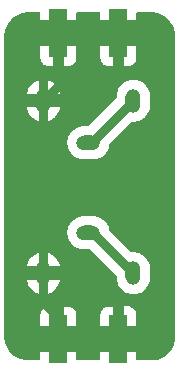
<source format=gbl>
G04 Layer: BottomLayer*
G04 EasyEDA v6.5.39, 2023-12-20 21:18:59*
G04 2abf5bc968cf43d49ad104ab59b79dd7,7f4f139de444478fbfc4ecf2935d5a69,10*
G04 Gerber Generator version 0.2*
G04 Scale: 100 percent, Rotated: No, Reflected: No *
G04 Dimensions in millimeters *
G04 leading zeros omitted , absolute positions ,4 integer and 5 decimal *
%FSLAX45Y45*%
%MOMM*%

%ADD10C,0.7620*%
%ADD11R,1.5240X4.0640*%
%ADD12O,1.27X2.032*%
%ADD13O,2.032X1.27*%

%LPD*%
G36*
X254355Y48514D02*
G01*
X234696Y49479D01*
X216052Y52120D01*
X197713Y56489D01*
X179832Y62534D01*
X162610Y70154D01*
X146202Y79349D01*
X130657Y90068D01*
X116179Y102108D01*
X102870Y115468D01*
X90881Y129997D01*
X80264Y145592D01*
X71120Y162052D01*
X63550Y179324D01*
X57607Y197205D01*
X53340Y215595D01*
X50800Y234238D01*
X49885Y253390D01*
X49885Y2791815D01*
X50850Y2811881D01*
X53492Y2830576D01*
X57861Y2848914D01*
X63906Y2866745D01*
X71577Y2883966D01*
X80772Y2900426D01*
X91440Y2915920D01*
X103530Y2930398D01*
X116890Y2943707D01*
X131419Y2955696D01*
X146964Y2966313D01*
X163474Y2975457D01*
X180746Y2983026D01*
X198628Y2988970D01*
X216966Y2993237D01*
X235661Y2995828D01*
X254812Y2996692D01*
X344932Y2996692D01*
X348843Y2995930D01*
X352094Y2993694D01*
X354330Y2990443D01*
X355092Y2986532D01*
X355092Y2927350D01*
X463550Y2927350D01*
X463550Y2986532D01*
X464312Y2990443D01*
X466547Y2993694D01*
X469798Y2995930D01*
X473709Y2996692D01*
X542290Y2996692D01*
X546201Y2995930D01*
X549452Y2993694D01*
X551688Y2990443D01*
X552450Y2986532D01*
X552450Y2927350D01*
X660908Y2927350D01*
X660908Y2986532D01*
X661670Y2990443D01*
X663905Y2993694D01*
X667156Y2995930D01*
X671068Y2996692D01*
X852932Y2996692D01*
X856843Y2995930D01*
X860094Y2993694D01*
X862330Y2990443D01*
X863092Y2986532D01*
X863092Y2927350D01*
X971550Y2927350D01*
X971550Y2986532D01*
X972312Y2990443D01*
X974547Y2993694D01*
X977798Y2995930D01*
X981710Y2996692D01*
X1050290Y2996692D01*
X1054201Y2995930D01*
X1057452Y2993694D01*
X1059688Y2990443D01*
X1060450Y2986532D01*
X1060450Y2927350D01*
X1168908Y2927350D01*
X1168908Y2986532D01*
X1169670Y2990443D01*
X1171905Y2993694D01*
X1175156Y2995930D01*
X1179068Y2996692D01*
X1293672Y2996692D01*
X1313281Y2995726D01*
X1331925Y2993085D01*
X1350264Y2988716D01*
X1368145Y2982671D01*
X1385366Y2975051D01*
X1401826Y2965856D01*
X1417320Y2955137D01*
X1431798Y2943098D01*
X1445107Y2929737D01*
X1457096Y2915208D01*
X1467713Y2899613D01*
X1476857Y2883154D01*
X1484426Y2865882D01*
X1490370Y2848000D01*
X1494637Y2829610D01*
X1497228Y2810967D01*
X1498092Y2791815D01*
X1498092Y253390D01*
X1497126Y233324D01*
X1494485Y214629D01*
X1490116Y196291D01*
X1484071Y178460D01*
X1476451Y161239D01*
X1467205Y144780D01*
X1456537Y129285D01*
X1444447Y114808D01*
X1431086Y101498D01*
X1416608Y89509D01*
X1401013Y78892D01*
X1384503Y69748D01*
X1367282Y62179D01*
X1349400Y56235D01*
X1331010Y51968D01*
X1312367Y49377D01*
X1293164Y48514D01*
X1179068Y48514D01*
X1175156Y49276D01*
X1171905Y51511D01*
X1169670Y54762D01*
X1168908Y58674D01*
X1168908Y120650D01*
X1060450Y120650D01*
X1060450Y58674D01*
X1059688Y54762D01*
X1057452Y51511D01*
X1054201Y49276D01*
X1050290Y48514D01*
X981710Y48514D01*
X977798Y49276D01*
X974547Y51511D01*
X972312Y54762D01*
X971550Y58674D01*
X971550Y120650D01*
X863092Y120650D01*
X863092Y58674D01*
X862330Y54762D01*
X860094Y51511D01*
X856843Y49276D01*
X852932Y48514D01*
X671068Y48514D01*
X667156Y49276D01*
X663905Y51511D01*
X661670Y54762D01*
X660908Y58674D01*
X660908Y120650D01*
X552450Y120650D01*
X552450Y58674D01*
X551688Y54762D01*
X549452Y51511D01*
X546201Y49276D01*
X542290Y48514D01*
X473709Y48514D01*
X469798Y49276D01*
X466547Y51511D01*
X464312Y54762D01*
X463550Y58674D01*
X463550Y120650D01*
X355092Y120650D01*
X355092Y58674D01*
X354330Y54762D01*
X352094Y51511D01*
X348843Y49276D01*
X344932Y48514D01*
G37*

%LPC*%
G36*
X552450Y336550D02*
G01*
X660908Y336550D01*
X660908Y431444D01*
X660095Y442722D01*
X657758Y453390D01*
X653948Y463651D01*
X648716Y473252D01*
X642162Y482041D01*
X634441Y489762D01*
X625652Y496316D01*
X616051Y501548D01*
X605790Y505358D01*
X595122Y507695D01*
X583844Y508508D01*
X552450Y508508D01*
G37*
G36*
X863092Y336550D02*
G01*
X971550Y336550D01*
X971550Y508508D01*
X940155Y508508D01*
X928878Y507695D01*
X918210Y505358D01*
X907948Y501548D01*
X898347Y496316D01*
X889558Y489762D01*
X881837Y482041D01*
X875284Y473252D01*
X870051Y463651D01*
X866241Y453390D01*
X863904Y442722D01*
X863092Y431444D01*
G37*
G36*
X355092Y336550D02*
G01*
X463550Y336550D01*
X463550Y508508D01*
X432155Y508508D01*
X420878Y507695D01*
X410209Y505358D01*
X399948Y501548D01*
X390347Y496316D01*
X381558Y489762D01*
X373837Y482041D01*
X367284Y473252D01*
X362051Y463651D01*
X358241Y453390D01*
X355904Y442722D01*
X355092Y431444D01*
G37*
G36*
X1060450Y336550D02*
G01*
X1168908Y336550D01*
X1168908Y431444D01*
X1168095Y442722D01*
X1165758Y453390D01*
X1161948Y463651D01*
X1156716Y473252D01*
X1150162Y482041D01*
X1142441Y489762D01*
X1133652Y496316D01*
X1124051Y501548D01*
X1113790Y505358D01*
X1103122Y507695D01*
X1091844Y508508D01*
X1060450Y508508D01*
G37*
G36*
X1143000Y609092D02*
G01*
X1158697Y610006D01*
X1174191Y612648D01*
X1189278Y616966D01*
X1203807Y623011D01*
X1217574Y630580D01*
X1230426Y639673D01*
X1242110Y650189D01*
X1252626Y661873D01*
X1261719Y674725D01*
X1269288Y688492D01*
X1275334Y703021D01*
X1279652Y718108D01*
X1282293Y733602D01*
X1283208Y749604D01*
X1283208Y825195D01*
X1282293Y841197D01*
X1279652Y856691D01*
X1275334Y871778D01*
X1269288Y886307D01*
X1261719Y900074D01*
X1252626Y912926D01*
X1242110Y924610D01*
X1230426Y935126D01*
X1217574Y944219D01*
X1203807Y951788D01*
X1189278Y957834D01*
X1174191Y962152D01*
X1158697Y964793D01*
X1143000Y965708D01*
X1132433Y965098D01*
X1128268Y965758D01*
X1124712Y968044D01*
X940206Y1152550D01*
X938377Y1155090D01*
X937361Y1158036D01*
X936752Y1161491D01*
X932434Y1176578D01*
X926388Y1191107D01*
X918819Y1204874D01*
X909726Y1217726D01*
X899210Y1229410D01*
X887526Y1239926D01*
X874674Y1249019D01*
X860907Y1256588D01*
X846378Y1262634D01*
X831291Y1266952D01*
X815797Y1269593D01*
X799795Y1270508D01*
X724204Y1270508D01*
X708202Y1269593D01*
X692708Y1266952D01*
X677621Y1262634D01*
X663092Y1256588D01*
X649325Y1249019D01*
X636473Y1239926D01*
X624789Y1229410D01*
X614273Y1217726D01*
X605180Y1204874D01*
X597611Y1191107D01*
X591566Y1176578D01*
X587248Y1161491D01*
X584606Y1145997D01*
X583692Y1130300D01*
X584606Y1114602D01*
X587248Y1099108D01*
X591566Y1084021D01*
X597611Y1069492D01*
X605180Y1055725D01*
X614273Y1042873D01*
X624789Y1031189D01*
X636473Y1020673D01*
X649325Y1011580D01*
X663092Y1004011D01*
X677621Y997966D01*
X692708Y993648D01*
X708202Y991006D01*
X724204Y990092D01*
X773734Y990092D01*
X777595Y989330D01*
X780897Y987094D01*
X999794Y768197D01*
X1002030Y764895D01*
X1002792Y761034D01*
X1002792Y749604D01*
X1003706Y733602D01*
X1006348Y718108D01*
X1010666Y703021D01*
X1016711Y688492D01*
X1024280Y674725D01*
X1033373Y661873D01*
X1043889Y650189D01*
X1055573Y639673D01*
X1068425Y630580D01*
X1082192Y623011D01*
X1096721Y616966D01*
X1111808Y612648D01*
X1127302Y610006D01*
G37*
G36*
X342900Y614629D02*
G01*
X342900Y730250D01*
X242265Y730250D01*
X244348Y718108D01*
X248666Y703021D01*
X254711Y688492D01*
X262280Y674725D01*
X271373Y661873D01*
X281889Y650189D01*
X293573Y639673D01*
X306425Y630580D01*
X320192Y623011D01*
X334721Y616966D01*
G37*
G36*
X419100Y614629D02*
G01*
X427278Y616966D01*
X441807Y623011D01*
X455574Y630580D01*
X468426Y639673D01*
X480110Y650189D01*
X490626Y661873D01*
X499719Y674725D01*
X507288Y688492D01*
X513334Y703021D01*
X517651Y718108D01*
X519734Y730250D01*
X419100Y730250D01*
G37*
G36*
X242265Y844550D02*
G01*
X342900Y844550D01*
X342900Y960170D01*
X334721Y957834D01*
X320192Y951788D01*
X306425Y944219D01*
X293573Y935126D01*
X281889Y924610D01*
X271373Y912926D01*
X262280Y900074D01*
X254711Y886307D01*
X248666Y871778D01*
X244348Y856691D01*
G37*
G36*
X419100Y844550D02*
G01*
X519734Y844550D01*
X517651Y856691D01*
X513334Y871778D01*
X507288Y886307D01*
X499719Y900074D01*
X490626Y912926D01*
X480110Y924610D01*
X468426Y935126D01*
X455574Y944219D01*
X441807Y951788D01*
X427278Y957834D01*
X419100Y960170D01*
G37*
G36*
X724204Y1752092D02*
G01*
X799795Y1752092D01*
X815797Y1753006D01*
X831291Y1755648D01*
X846378Y1759966D01*
X860907Y1766011D01*
X874674Y1773580D01*
X887526Y1782673D01*
X899210Y1793189D01*
X909726Y1804873D01*
X918819Y1817725D01*
X926388Y1831492D01*
X932434Y1846021D01*
X936752Y1861108D01*
X940358Y1881987D01*
X942492Y1885035D01*
X1124712Y2067255D01*
X1128268Y2069541D01*
X1132433Y2070201D01*
X1143000Y2069592D01*
X1158697Y2070506D01*
X1174191Y2073148D01*
X1189278Y2077466D01*
X1203807Y2083511D01*
X1217574Y2091080D01*
X1230426Y2100173D01*
X1242110Y2110689D01*
X1252626Y2122373D01*
X1261719Y2135225D01*
X1269288Y2148992D01*
X1275334Y2163521D01*
X1279652Y2178608D01*
X1282293Y2194102D01*
X1283208Y2210104D01*
X1283208Y2285695D01*
X1282293Y2301697D01*
X1279652Y2317191D01*
X1275334Y2332278D01*
X1269288Y2346807D01*
X1261719Y2360574D01*
X1252626Y2373426D01*
X1242110Y2385110D01*
X1230426Y2395626D01*
X1217574Y2404719D01*
X1203807Y2412288D01*
X1189278Y2418334D01*
X1174191Y2422652D01*
X1158697Y2425293D01*
X1143000Y2426208D01*
X1127302Y2425293D01*
X1111808Y2422652D01*
X1096721Y2418334D01*
X1082192Y2412288D01*
X1068425Y2404719D01*
X1055573Y2395626D01*
X1043889Y2385110D01*
X1033373Y2373426D01*
X1024280Y2360574D01*
X1016711Y2346807D01*
X1010666Y2332278D01*
X1006348Y2317191D01*
X1003706Y2301697D01*
X1002792Y2285695D01*
X1002792Y2274265D01*
X1002030Y2270404D01*
X999794Y2267102D01*
X768197Y2035505D01*
X764895Y2033270D01*
X761034Y2032507D01*
X724204Y2032507D01*
X708202Y2031593D01*
X692708Y2028952D01*
X677621Y2024634D01*
X663092Y2018588D01*
X649325Y2011019D01*
X636473Y2001926D01*
X624789Y1991410D01*
X614273Y1979726D01*
X605180Y1966874D01*
X597611Y1953107D01*
X591566Y1938578D01*
X587248Y1923491D01*
X584606Y1907997D01*
X583692Y1892300D01*
X584606Y1876602D01*
X587248Y1861108D01*
X591566Y1846021D01*
X597611Y1831492D01*
X605180Y1817725D01*
X614273Y1804873D01*
X624789Y1793189D01*
X636473Y1782673D01*
X649325Y1773580D01*
X663092Y1766011D01*
X677621Y1759966D01*
X692708Y1755648D01*
X708202Y1753006D01*
G37*
G36*
X419100Y2075129D02*
G01*
X427278Y2077466D01*
X441807Y2083511D01*
X455574Y2091080D01*
X468426Y2100173D01*
X480110Y2110689D01*
X490626Y2122373D01*
X499719Y2135225D01*
X507288Y2148992D01*
X513334Y2163521D01*
X517651Y2178608D01*
X519734Y2190750D01*
X419100Y2190750D01*
G37*
G36*
X342900Y2075129D02*
G01*
X342900Y2190750D01*
X242265Y2190750D01*
X244348Y2178608D01*
X248666Y2163521D01*
X254711Y2148992D01*
X262280Y2135225D01*
X271373Y2122373D01*
X281889Y2110689D01*
X293573Y2100173D01*
X306425Y2091080D01*
X320192Y2083511D01*
X334721Y2077466D01*
G37*
G36*
X419100Y2305050D02*
G01*
X519734Y2305050D01*
X517651Y2317191D01*
X513334Y2332278D01*
X507288Y2346807D01*
X499719Y2360574D01*
X490626Y2373426D01*
X480110Y2385110D01*
X468426Y2395626D01*
X455574Y2404719D01*
X441807Y2412288D01*
X427278Y2418334D01*
X419100Y2420670D01*
G37*
G36*
X242265Y2305050D02*
G01*
X342900Y2305050D01*
X342900Y2420670D01*
X334721Y2418334D01*
X320192Y2412288D01*
X306425Y2404719D01*
X293573Y2395626D01*
X281889Y2385110D01*
X271373Y2373426D01*
X262280Y2360574D01*
X254711Y2346807D01*
X248666Y2332278D01*
X244348Y2317191D01*
G37*
G36*
X432155Y2539492D02*
G01*
X463550Y2539492D01*
X463550Y2711450D01*
X355092Y2711450D01*
X355092Y2616555D01*
X355904Y2605278D01*
X358241Y2594610D01*
X362051Y2584348D01*
X367284Y2574747D01*
X373837Y2565958D01*
X381558Y2558237D01*
X390347Y2551684D01*
X399948Y2546451D01*
X410209Y2542641D01*
X420878Y2540304D01*
G37*
G36*
X1060450Y2539492D02*
G01*
X1091844Y2539492D01*
X1103122Y2540304D01*
X1113790Y2542641D01*
X1124051Y2546451D01*
X1133652Y2551684D01*
X1142441Y2558237D01*
X1150162Y2565958D01*
X1156716Y2574747D01*
X1161948Y2584348D01*
X1165758Y2594610D01*
X1168095Y2605278D01*
X1168908Y2616555D01*
X1168908Y2711450D01*
X1060450Y2711450D01*
G37*
G36*
X940155Y2539492D02*
G01*
X971550Y2539492D01*
X971550Y2711450D01*
X863092Y2711450D01*
X863092Y2616555D01*
X863904Y2605278D01*
X866241Y2594610D01*
X870051Y2584348D01*
X875284Y2574747D01*
X881837Y2565958D01*
X889558Y2558237D01*
X898347Y2551684D01*
X907948Y2546451D01*
X918210Y2542641D01*
X928878Y2540304D01*
G37*
G36*
X552450Y2539492D02*
G01*
X583844Y2539492D01*
X595122Y2540304D01*
X605790Y2542641D01*
X616051Y2546451D01*
X625652Y2551684D01*
X634441Y2558237D01*
X642162Y2565958D01*
X648716Y2574747D01*
X653948Y2584348D01*
X657758Y2594610D01*
X660095Y2605278D01*
X660908Y2616555D01*
X660908Y2711450D01*
X552450Y2711450D01*
G37*

%LPD*%
D10*
X507994Y2819400D02*
G01*
X507994Y2374900D01*
X380994Y2247900D01*
X1015994Y2819400D02*
G01*
X507994Y2819400D01*
X507994Y419811D02*
G01*
X380994Y546811D01*
X380994Y787400D01*
X507994Y419811D02*
G01*
X507994Y546125D01*
X507994Y228600D02*
G01*
X507994Y419811D01*
X1015994Y228600D02*
G01*
X1015994Y546125D01*
X1015994Y546125D02*
G01*
X507994Y546125D01*
X761994Y1130300D02*
G01*
X800094Y1130300D01*
X1142994Y787400D01*
X761994Y1892300D02*
G01*
X787394Y1892300D01*
X1142994Y2247900D01*
D11*
G01*
X508000Y2819400D03*
G01*
X1016000Y2819400D03*
G01*
X508000Y228600D03*
G01*
X1016000Y228600D03*
D12*
G01*
X381000Y2247900D03*
G01*
X1143000Y2247900D03*
G01*
X381000Y787400D03*
G01*
X1143000Y787400D03*
D13*
G01*
X762000Y1130300D03*
G01*
X762000Y1892300D03*
M02*

</source>
